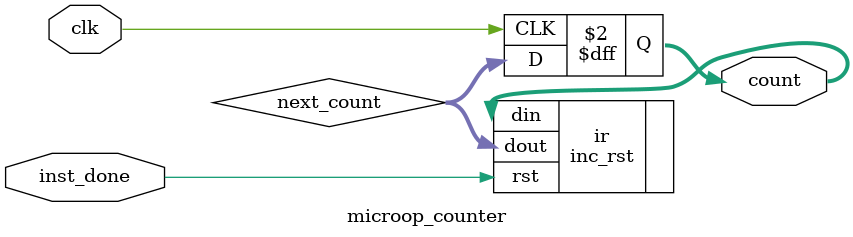
<source format=sv>
`include "inc_rst.sv"

module microop_counter #(
    N = 3
) (
    input logic clk, inst_done,
    output logic [N-1:0] count,
);

    logic [N-1:0] next_count;

    inc_rst #(N) ir(
        .rst(inst_done),
        .din(count), .dout(next_count)
    );

    always_ff @(negedge clk) begin
        count <= next_count;
    end
endmodule
</source>
